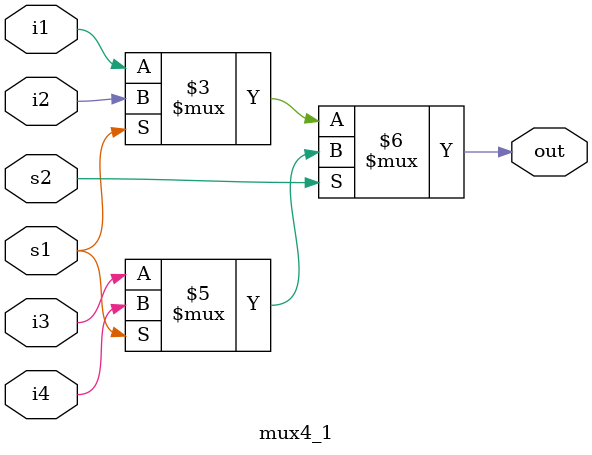
<source format=v>

module mux4_1(
	output out,
	input i1,
	input i2,
	input i3,
	input i4,
	input s1,
	input s2
	);
	
	//a)
	
	//assign out = (~s1 & ~s2 & i1) | (s1 & ~s2 & i2) | (~s1 & s2 & i3) | (s1 & s2 & i4);
	
	//b)
	
	assign out = (s2 == 0) ? (s1 == 0 ? i1 : i2) : (s1 == 0 ? i3 : i4) ;
endmodule

</source>
